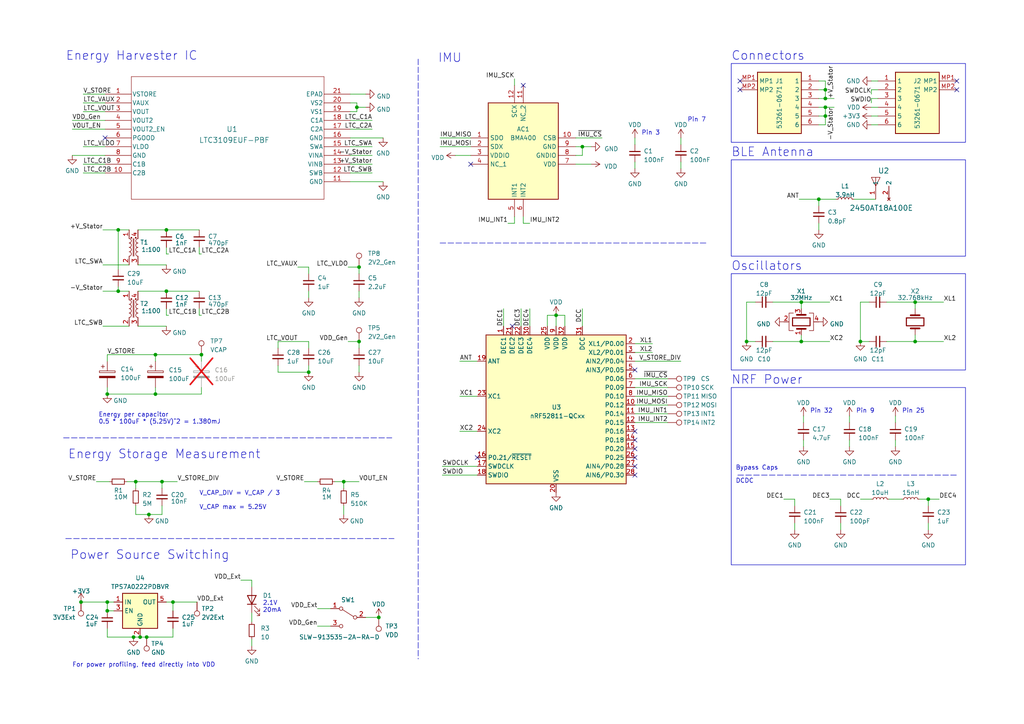
<source format=kicad_sch>
(kicad_sch (version 20230121) (generator eeschema)
  (paper "A4")
  (title_block (title "Kinetic Energy Harvesting Sensor PCB") (rev "v1") (comment 1 "PCB containing the Power Conversion and Sensing/Communication Modules"))
  (junction (at 168.91 42.545))
  (junction (at 232.41 99.06))
  (junction (at 23.495 174.625))
  (junction (at 31.115 174.625))
  (junction (at 34.29 66.675))
  (junction (at 46.99 139.7))
  (junction (at 31.115 114.3))
  (junction (at 265.43 99.06))
  (junction (at 42.545 184.785))
  (junction (at 40.64 184.785))
  (junction (at 104.14 77.47))
  (junction (at 58.42 102.87))
  (junction (at 99.695 139.7))
  (junction (at 45.085 114.3))
  (junction (at 239.395 28.575))
  (junction (at 109.855 179.07))
  (junction (at 39.37 139.7))
  (junction (at 43.18 149.225))
  (junction (at 269.24 144.78))
  (junction (at 216.535 99.06))
  (junction (at 249.555 99.06))
  (junction (at 161.29 91.44))
  (junction (at 104.14 99.06))
  (junction (at 239.395 26.035))
  (junction (at 38.735 184.785))
  (junction (at 50.165 174.625))
  (junction (at 265.43 87.63))
  (junction (at 48.26 84.455))
  (junction (at 31.115 177.165))
  (junction (at 232.41 87.63))
  (junction (at 239.395 33.655))
  (junction (at 103.505 31.115))
  (junction (at 34.29 84.455))
  (junction (at 89.535 107.95))
  (junction (at 239.395 31.115))
  (junction (at 48.26 66.675))
  (junction (at 237.49 57.785))
  (junction (at 45.085 102.87))
  (no_connect (at 136.525 47.625))
  (no_connect (at 214.63 23.495))
  (no_connect (at 138.43 132.715))
  (no_connect (at 277.495 26.035))
  (no_connect (at 30.48 40.005))
  (no_connect (at 148.59 94.615))
  (no_connect (at 184.15 127.635))
  (no_connect (at 184.15 125.095))
  (no_connect (at 277.495 23.495))
  (no_connect (at 214.63 26.035))
  (no_connect (at 184.15 137.795))
  (no_connect (at 184.15 107.315))
  (no_connect (at 184.15 135.255))
  (no_connect (at 151.765 24.765))
  (no_connect (at 184.15 132.715))
  (no_connect (at 184.15 130.175))
  (wire (pts (xy 237.49 33.655) (xy 239.395 33.655)))
  (wire (pts (xy 237.49 57.785) (xy 242.57 57.785)))
  (wire (pts (xy 232.41 87.63) (xy 240.665 87.63)))
  (wire (pts (xy 99.695 146.685) (xy 99.695 149.225)))
  (wire (pts (xy 239.395 31.115) (xy 239.395 33.655)))
  (wire (pts (xy 252.73 28.575) (xy 254.635 28.575)))
  (wire (pts (xy 184.15 104.775) (xy 197.485 104.775)))
  (wire (pts (xy 265.43 99.06) (xy 257.175 99.06)))
  (wire (pts (xy 46.99 139.7) (xy 39.37 139.7)))
  (wire (pts (xy 106.045 179.07) (xy 109.855 179.07)))
  (wire (pts (xy 184.15 117.475) (xy 193.675 117.475)))
  (wire (pts (xy 132.08 45.085) (xy 136.525 45.085)))
  (wire (pts (xy 40.005 66.675) (xy 48.26 66.675)))
  (wire (pts (xy 40.64 184.785) (xy 42.545 184.785)))
  (wire (pts (xy 40.005 84.455) (xy 48.26 84.455)))
  (wire (pts (xy 48.26 91.44) (xy 48.895 91.44)))
  (wire (pts (xy 184.15 99.695) (xy 189.23 99.695)))
  (wire (pts (xy 58.42 114.3) (xy 45.085 114.3)))
  (wire (pts (xy 167.005 47.625) (xy 171.45 47.625)))
  (wire (pts (xy 269.24 144.78) (xy 272.415 144.78)))
  (wire (pts (xy 147.32 64.77) (xy 149.225 64.77)))
  (wire (pts (xy 45.085 114.3) (xy 45.085 112.395)))
  (wire (pts (xy 95.885 181.61) (xy 92.075 181.61)))
  (wire (pts (xy 34.29 66.675) (xy 34.29 78.105)))
  (wire (pts (xy 257.175 87.63) (xy 265.43 87.63)))
  (wire (pts (xy 73.025 187.325) (xy 73.025 185.42)))
  (wire (pts (xy 46.99 139.7) (xy 51.435 139.7)))
  (wire (pts (xy 48.26 73.66) (xy 48.895 73.66)))
  (wire (pts (xy 107.95 42.545) (xy 101.6 42.545)))
  (wire (pts (xy 29.845 94.615) (xy 37.465 94.615)))
  (wire (pts (xy 168.91 45.085) (xy 168.91 42.545)))
  (wire (pts (xy 40.005 94.615) (xy 48.26 94.615)))
  (wire (pts (xy 184.15 46.99) (xy 184.15 48.895)))
  (wire (pts (xy 100.965 99.06) (xy 104.14 99.06)))
  (wire (pts (xy 133.35 125.095) (xy 138.43 125.095)))
  (wire (pts (xy 48.26 71.755) (xy 48.26 73.66)))
  (wire (pts (xy 104.14 106.045) (xy 104.14 107.95)))
  (wire (pts (xy 48.26 66.675) (xy 57.785 66.675)))
  (wire (pts (xy 237.49 23.495) (xy 239.395 23.495)))
  (wire (pts (xy 184.15 120.015) (xy 193.675 120.015)))
  (wire (pts (xy 88.265 139.7) (xy 92.075 139.7)))
  (wire (pts (xy 36.83 139.7) (xy 39.37 139.7)))
  (wire (pts (xy 265.43 87.63) (xy 273.685 87.63)))
  (wire (pts (xy 57.785 89.535) (xy 57.785 91.44)))
  (polyline (pts (xy 19.05 156.21) (xy 114.3 156.21)) (stroke (width 0) (type dash)))
  (wire (pts (xy 237.49 59.69) (xy 237.49 57.785)))
  (wire (pts (xy 89.535 99.06) (xy 89.535 100.965)))
  (wire (pts (xy 237.49 36.195) (xy 239.395 36.195)))
  (wire (pts (xy 269.24 151.765) (xy 269.24 153.67)))
  (wire (pts (xy 239.395 26.035) (xy 239.395 28.575)))
  (wire (pts (xy 224.155 87.63) (xy 232.41 87.63)))
  (wire (pts (xy 107.95 50.165) (xy 101.6 50.165)))
  (wire (pts (xy 252.73 27.305) (xy 252.73 26.035)))
  (wire (pts (xy 252.73 33.655) (xy 254.635 33.655)))
  (wire (pts (xy 151.765 64.77) (xy 151.765 62.865)))
  (wire (pts (xy 184.15 122.555) (xy 193.675 122.555)))
  (wire (pts (xy 31.115 182.245) (xy 31.115 184.785)))
  (wire (pts (xy 252.73 31.115) (xy 254.635 31.115)))
  (wire (pts (xy 259.715 127.635) (xy 259.715 129.54)))
  (wire (pts (xy 240.665 144.78) (xy 243.84 144.78)))
  (wire (pts (xy 216.535 99.06) (xy 219.075 99.06)))
  (wire (pts (xy 227.33 144.78) (xy 230.505 144.78)))
  (wire (pts (xy 269.24 144.78) (xy 269.24 146.685)))
  (wire (pts (xy 48.26 84.455) (xy 57.785 84.455)))
  (wire (pts (xy 232.41 89.535) (xy 232.41 87.63)))
  (wire (pts (xy 232.41 99.06) (xy 224.155 99.06)))
  (wire (pts (xy 38.735 184.785) (xy 40.64 184.785)))
  (wire (pts (xy 103.505 29.845) (xy 103.505 31.115)))
  (wire (pts (xy 42.545 184.785) (xy 50.165 184.785)))
  (wire (pts (xy 161.29 91.44) (xy 161.29 94.615)))
  (wire (pts (xy 184.15 112.395) (xy 193.675 112.395)))
  (wire (pts (xy 103.505 31.115) (xy 103.505 32.385)))
  (wire (pts (xy 104.14 77.47) (xy 104.14 79.375)))
  (wire (pts (xy 80.645 100.965) (xy 80.645 99.06)))
  (wire (pts (xy 231.775 57.785) (xy 237.49 57.785)))
  (wire (pts (xy 133.35 114.935) (xy 138.43 114.935)))
  (wire (pts (xy 45.085 102.87) (xy 45.085 104.775)))
  (wire (pts (xy 99.695 139.7) (xy 99.695 141.605)))
  (wire (pts (xy 34.29 66.675) (xy 37.465 66.675)))
  (wire (pts (xy 34.29 83.185) (xy 34.29 84.455)))
  (wire (pts (xy 249.555 99.06) (xy 252.095 99.06)))
  (wire (pts (xy 29.845 66.675) (xy 34.29 66.675)))
  (wire (pts (xy 27.94 139.7) (xy 31.75 139.7)))
  (wire (pts (xy 58.42 112.395) (xy 58.42 114.3)))
  (wire (pts (xy 247.65 57.785) (xy 254 57.785)))
  (wire (pts (xy 230.505 151.765) (xy 230.505 153.67)))
  (wire (pts (xy 239.395 33.655) (xy 239.395 36.195)))
  (wire (pts (xy 168.91 94.615) (xy 168.91 89.535)))
  (wire (pts (xy 31.115 112.395) (xy 31.115 114.3)))
  (wire (pts (xy 237.49 64.77) (xy 237.49 66.675)))
  (wire (pts (xy 163.83 94.615) (xy 163.83 91.44)))
  (wire (pts (xy 146.05 94.615) (xy 146.05 89.535)))
  (wire (pts (xy 265.43 97.155) (xy 265.43 99.06)))
  (wire (pts (xy 168.91 42.545) (xy 171.45 42.545)))
  (wire (pts (xy 265.43 89.535) (xy 265.43 87.63)))
  (wire (pts (xy 95.885 176.53) (xy 92.075 176.53)))
  (wire (pts (xy 237.49 26.035) (xy 239.395 26.035)))
  (wire (pts (xy 20.955 45.085) (xy 30.48 45.085)))
  (wire (pts (xy 57.785 73.66) (xy 58.42 73.66)))
  (wire (pts (xy 50.165 174.625) (xy 57.15 174.625)))
  (wire (pts (xy 230.505 146.685) (xy 230.505 144.78)))
  (wire (pts (xy 239.395 23.495) (xy 239.395 26.035)))
  (wire (pts (xy 31.115 114.3) (xy 45.085 114.3)))
  (wire (pts (xy 86.36 77.47) (xy 89.535 77.47)))
  (wire (pts (xy 184.15 114.935) (xy 193.675 114.935)))
  (polyline (pts (xy 127.635 70.485) (xy 205.105 70.485)) (stroke (width 0) (type dash)))
  (wire (pts (xy 128.27 135.255) (xy 138.43 135.255)))
  (wire (pts (xy 23.495 174.625) (xy 31.115 174.625)))
  (wire (pts (xy 127.635 40.005) (xy 136.525 40.005)))
  (wire (pts (xy 97.155 139.7) (xy 99.695 139.7)))
  (wire (pts (xy 48.26 89.535) (xy 48.26 91.44)))
  (wire (pts (xy 153.67 64.77) (xy 151.765 64.77)))
  (wire (pts (xy 24.13 47.625) (xy 30.48 47.625)))
  (wire (pts (xy 243.84 146.685) (xy 243.84 144.78)))
  (wire (pts (xy 46.99 141.605) (xy 46.99 139.7)))
  (wire (pts (xy 216.535 87.63) (xy 216.535 99.06)))
  (wire (pts (xy 50.165 182.245) (xy 50.165 184.785)))
  (wire (pts (xy 149.225 22.86) (xy 149.225 24.765)))
  (wire (pts (xy 184.15 102.235) (xy 189.23 102.235)))
  (polyline (pts (xy 18.415 127) (xy 113.665 127)) (stroke (width 0) (type dash)))
  (wire (pts (xy 107.95 45.085) (xy 101.6 45.085)))
  (wire (pts (xy 184.15 40.005) (xy 184.15 41.91)))
  (wire (pts (xy 29.845 84.455) (xy 34.29 84.455)))
  (wire (pts (xy 31.115 174.625) (xy 31.115 177.165)))
  (wire (pts (xy 106.045 27.305) (xy 101.6 27.305)))
  (wire (pts (xy 31.115 177.165) (xy 33.02 177.165)))
  (wire (pts (xy 24.13 50.165) (xy 30.48 50.165)))
  (wire (pts (xy 50.165 177.165) (xy 50.165 174.625)))
  (wire (pts (xy 43.18 149.225) (xy 46.99 149.225)))
  (wire (pts (xy 246.38 120.65) (xy 246.38 122.555)))
  (wire (pts (xy 20.955 34.925) (xy 30.48 34.925)))
  (wire (pts (xy 80.645 99.06) (xy 89.535 99.06)))
  (wire (pts (xy 104.14 84.455) (xy 104.14 86.36)))
  (wire (pts (xy 103.505 31.115) (xy 106.045 31.115)))
  (wire (pts (xy 57.785 71.755) (xy 57.785 73.66)))
  (wire (pts (xy 239.395 31.115) (xy 241.935 31.115)))
  (wire (pts (xy 24.13 32.385) (xy 30.48 32.385)))
  (wire (pts (xy 246.38 127.635) (xy 246.38 129.54)))
  (wire (pts (xy 29.845 76.835) (xy 37.465 76.835)))
  (wire (pts (xy 128.27 137.795) (xy 138.43 137.795)))
  (wire (pts (xy 127.635 42.545) (xy 136.525 42.545)))
  (wire (pts (xy 34.29 84.455) (xy 37.465 84.455)))
  (wire (pts (xy 252.73 36.195) (xy 254.635 36.195)))
  (wire (pts (xy 249.555 87.63) (xy 249.555 99.06)))
  (wire (pts (xy 46.99 149.225) (xy 46.99 146.685)))
  (wire (pts (xy 252.73 23.495) (xy 254.635 23.495)))
  (wire (pts (xy 101.6 29.845) (xy 103.505 29.845)))
  (wire (pts (xy 249.555 87.63) (xy 252.095 87.63)))
  (wire (pts (xy 80.645 106.045) (xy 80.645 107.95)))
  (wire (pts (xy 240.665 99.06) (xy 232.41 99.06)))
  (polyline (pts (xy 213.995 137.795) (xy 277.495 137.795)) (stroke (width 0) (type dash)))
  (wire (pts (xy 259.715 120.65) (xy 259.715 122.555)))
  (wire (pts (xy 24.13 42.545) (xy 30.48 42.545)))
  (wire (pts (xy 252.73 29.845) (xy 252.73 28.575)))
  (wire (pts (xy 99.695 139.7) (xy 104.14 139.7)))
  (wire (pts (xy 33.02 174.625) (xy 31.115 174.625)))
  (wire (pts (xy 100.965 77.47) (xy 104.14 77.47)))
  (wire (pts (xy 273.685 99.06) (xy 265.43 99.06)))
  (wire (pts (xy 107.95 47.625) (xy 101.6 47.625)))
  (wire (pts (xy 158.75 94.615) (xy 158.75 91.44)))
  (wire (pts (xy 197.485 40.005) (xy 197.485 41.91)))
  (wire (pts (xy 40.005 76.835) (xy 48.26 76.835)))
  (wire (pts (xy 58.42 104.775) (xy 58.42 102.87)))
  (wire (pts (xy 249.555 144.78) (xy 252.73 144.78)))
  (wire (pts (xy 158.75 91.44) (xy 161.29 91.44)))
  (wire (pts (xy 197.485 46.99) (xy 197.485 48.895)))
  (wire (pts (xy 58.42 102.87) (xy 45.085 102.87)))
  (wire (pts (xy 73.025 170.18) (xy 73.025 168.275)))
  (wire (pts (xy 89.535 84.455) (xy 89.535 86.36)))
  (wire (pts (xy 31.115 102.87) (xy 45.085 102.87)))
  (wire (pts (xy 233.045 120.65) (xy 233.045 122.555)))
  (wire (pts (xy 31.115 104.775) (xy 31.115 102.87)))
  (wire (pts (xy 237.49 31.115) (xy 239.395 31.115)))
  (wire (pts (xy 216.535 87.63) (xy 219.075 87.63)))
  (wire (pts (xy 24.13 27.305) (xy 30.48 27.305)))
  (wire (pts (xy 243.84 151.765) (xy 243.84 153.67)))
  (wire (pts (xy 20.955 37.465) (xy 30.48 37.465)))
  (wire (pts (xy 107.95 34.925) (xy 101.6 34.925)))
  (wire (pts (xy 39.37 139.7) (xy 39.37 141.605)))
  (wire (pts (xy 107.95 37.465) (xy 101.6 37.465)))
  (wire (pts (xy 39.37 149.225) (xy 43.18 149.225)))
  (wire (pts (xy 104.14 99.06) (xy 104.14 100.965)))
  (wire (pts (xy 111.125 40.005) (xy 101.6 40.005)))
  (wire (pts (xy 101.6 32.385) (xy 103.505 32.385)))
  (wire (pts (xy 69.85 168.275) (xy 73.025 168.275)))
  (wire (pts (xy 167.005 42.545) (xy 168.91 42.545)))
  (wire (pts (xy 163.83 91.44) (xy 161.29 91.44)))
  (wire (pts (xy 252.73 26.035) (xy 254.635 26.035)))
  (wire (pts (xy 24.13 29.845) (xy 30.48 29.845)))
  (wire (pts (xy 237.49 28.575) (xy 239.395 28.575)))
  (polyline (pts (xy 121.285 17.145) (xy 121.285 191.135)) (stroke (width 0) (type dash)))
  (wire (pts (xy 167.005 45.085) (xy 168.91 45.085)))
  (wire (pts (xy 233.045 127.635) (xy 233.045 129.54)))
  (wire (pts (xy 48.26 174.625) (xy 50.165 174.625)))
  (wire (pts (xy 153.67 94.615) (xy 153.67 89.535)))
  (wire (pts (xy 73.025 177.8) (xy 73.025 180.34)))
  (wire (pts (xy 151.13 94.615) (xy 151.13 89.535)))
  (wire (pts (xy 57.785 91.44) (xy 58.42 91.44)))
  (wire (pts (xy 239.395 28.575) (xy 241.935 28.575)))
  (wire (pts (xy 89.535 106.045) (xy 89.535 107.95)))
  (wire (pts (xy 133.35 104.775) (xy 138.43 104.775)))
  (wire (pts (xy 232.41 97.155) (xy 232.41 99.06)))
  (wire (pts (xy 167.005 40.005) (xy 174.625 40.005)))
  (wire (pts (xy 80.645 107.95) (xy 89.535 107.95)))
  (wire (pts (xy 111.125 52.705) (xy 101.6 52.705)))
  (wire (pts (xy 89.535 77.47) (xy 89.535 79.375)))
  (wire (pts (xy 257.81 144.78) (xy 261.62 144.78)))
  (wire (pts (xy 39.37 146.685) (xy 39.37 149.225)))
  (wire (pts (xy 31.115 184.785) (xy 38.735 184.785)))
  (wire (pts (xy 149.225 64.77) (xy 149.225 62.865)))
  (wire (pts (xy 184.15 109.855) (xy 193.675 109.855)))
  (wire (pts (xy 266.7 144.78) (xy 269.24 144.78)))
  (rectangle (start 212.09 46.355) (end 280.035 74.295))
  (rectangle (start 212.09 18.415) (end 280.035 41.275))
  (rectangle (start 212.09 79.375) (end 280.035 107.315))
  (rectangle (start 212.09 112.395) (end 280.035 163.83))
  (text "V_CAP_DIV = V_CAP / 3\n\nV_CAP max = 5.25V" (at 57.785 147.955 0) (effects (font (size 1.27 1.27)) (justify left bottom)))
  (text "Energy Storage Measurement" (at 19.685 133.35 0) (effects (font (size 2.54 2.54)) (justify left bottom)))
  (text "Pin 3" (at 186.055 39.37 0) (effects (font (size 1.27 1.27)) (justify left bottom)))
  (text "Power Source Switching" (at 20.32 162.56 0) (effects (font (size 2.54 2.54)) (justify left bottom)))
  (text "Pin 9\n" (at 248.285 120.015 0) (effects (font (size 1.27 1.27)) (justify left bottom)))
  (text "NRF Power" (at 212.09 111.76 0) (effects (font (size 2.54 2.54)) (justify left bottom)))
  (text "Connectors" (at 212.09 17.78 0) (effects (font (size 2.54 2.54)) (justify left bottom)))
  (text "DCDC" (at 213.36 140.335 0) (effects (font (size 1.27 1.27)) (justify left bottom)))
  (text "IMU" (at 127 18.415 0) (effects (font (size 2.54 2.54)) (justify left bottom)))
  (text "2.1V\n20mA" (at 76.2 177.8 0) (effects (font (size 1.27 1.27)) (justify left bottom)))
  (text "Bypass Caps" (at 213.36 136.525 0) (effects (font (size 1.27 1.27)) (justify left bottom)))
  (text "BLE Antenna" (at 212.09 45.72 0) (effects (font (size 2.54 2.54)) (justify left bottom)))
  (text "Oscillators" (at 212.09 78.74 0) (effects (font (size 2.54 2.54)) (justify left bottom)))
  (text "Energy per capacitor\n0.5 * 100uF * (5.25V)^2 = 1.380mJ" (at 28.575 123.19 0) (effects (font (size 1.27 1.27)) (justify left bottom)))
  (text "Pin 32\n" (at 234.95 120.015 0) (effects (font (size 1.27 1.27)) (justify left bottom)))
  (text "For power profiling, feed directly into VDD" (at 20.955 193.675 0) (effects (font (size 1.27 1.27)) (justify left bottom)))
  (text "Pin 25\n" (at 261.62 120.015 0) (effects (font (size 1.27 1.27)) (justify left bottom)))
  (text "Energy Harvester IC" (at 19.05 17.78 0) (effects (font (size 2.54 2.54)) (justify left bottom)))
  (text "Pin 7\n" (at 199.39 35.56 0) (effects (font (size 1.27 1.27)) (justify left bottom)))
  (label "LTC_C2A" (at 58.42 73.66 0))
  (label "LTC_C1A" (at 107.95 34.925 180))
  (label "LTC_SWB" (at 29.845 94.615 180))
  (label "DCC" (at 249.555 144.78 180))
  (label "VOUT_EN" (at 20.955 37.465 0))
  (label "IMU_MISO" (at 127.635 40.005 0))
  (label "XC2" (at 133.35 125.095 0))
  (label "LTC_C1B" (at 24.13 47.625 0))
  (label "VDD_Gen" (at 20.955 34.925 0))
  (label "IMU_INT2" (at 153.67 64.77 0))
  (label "IMU_SCK" (at 193.675 112.395 180))
  (label "-V_Stator" (at 241.935 31.115 270))
  (label "DEC4" (at 153.67 89.535 270))
  (label "~{IMU_CS}" (at 174.625 40.005 180))
  (label "ANT" (at 133.35 104.775 0))
  (label "V_STORE_DIV" (at 197.485 104.775 180))
  (label "VDD_Gen" (at 92.075 181.61 180))
  (label "~{IMU_CS}" (at 193.675 109.855 180))
  (label "IMU_INT1" (at 147.32 64.77 180))
  (label "VDD_Ext" (at 92.075 176.53 180))
  (label "+V_Stator" (at 29.845 66.675 180))
  (label "IMU_MOSI" (at 193.675 117.475 180))
  (label "SWDIO" (at 128.27 137.795 0))
  (label "ANT" (at 231.775 57.785 180))
  (label "IMU_SCK" (at 149.225 22.86 180))
  (label "-V_Stator" (at 107.95 45.085 180))
  (label "IMU_INT1" (at 193.675 120.015 180))
  (label "LTC_C2B" (at 24.13 50.165 0))
  (label "V_STORE" (at 27.94 139.7 180))
  (label "XC2" (at 240.665 99.06 0))
  (label "V_STORE" (at 24.13 27.305 0))
  (label "LTC_VAUX" (at 86.36 77.47 180))
  (label "SWDCLK" (at 252.73 27.305 180))
  (label "IMU_INT2" (at 193.675 122.555 180))
  (label "XL1" (at 273.685 87.63 0))
  (label "LTC_SWB" (at 107.95 50.165 180))
  (label "V_STORE" (at 31.115 102.87 0))
  (label "LTC_C1A" (at 48.895 73.66 0))
  (label "DEC1" (at 146.05 89.535 270))
  (label "LTC_VAUX" (at 24.13 29.845 0))
  (label "LTC_C2A" (at 107.95 37.465 180))
  (label "LTC_VOUT" (at 24.13 32.385 0))
  (label "SWDCLK" (at 128.27 135.255 0))
  (label "IMU_MOSI" (at 127.635 42.545 0))
  (label "XL2" (at 273.685 99.06 0))
  (label "VDD_Gen" (at 100.965 99.06 180))
  (label "V_STORE_DIV" (at 51.435 139.7 0))
  (label "DEC3" (at 151.13 89.535 270))
  (label "LTC_SWA" (at 107.95 42.545 180))
  (label "XL2" (at 189.23 102.235 180))
  (label "LTC_C2B" (at 58.42 91.44 0))
  (label "-V_Stator" (at 29.845 84.455 180))
  (label "VDD_Ext" (at 69.85 168.275 180))
  (label "IMU_MISO" (at 193.675 114.935 180))
  (label "XC1" (at 133.35 114.935 0))
  (label "DEC4" (at 272.415 144.78 0))
  (label "XL1" (at 189.23 99.695 180))
  (label "LTC_C1B" (at 48.895 91.44 0))
  (label "+V_Stator" (at 107.95 47.625 180))
  (label "LTC_VLDO" (at 24.13 42.545 0))
  (label "+V_Stator" (at 241.935 28.575 90))
  (label "DCC" (at 168.91 89.535 270))
  (label "LTC_SWA" (at 29.845 76.835 180))
  (label "VOUT_EN" (at 104.14 139.7 0))
  (label "SWDIO" (at 252.73 29.845 180))
  (label "V_STORE" (at 88.265 139.7 180))
  (label "VDD_Ext" (at 57.15 174.625 0))
  (label "DEC3" (at 240.665 144.78 180))
  (label "LTC_VOUT" (at 86.36 99.06 180))
  (label "DEC1" (at 227.33 144.78 180))
  (label "XC1" (at 240.665 87.63 0))
  (label "LTC_VLDO" (at 100.965 77.47 180))
  (symbol (lib_id "Device:R_Small") (at 99.695 144.145 0) (unit 1)
    (property "Reference" "R5" (at 101.6 143.51 0) (effects (justify left)))
    (property "Value" "510K" (at 101.6 146.05 0) (effects (justify left)))
    (property "Footprint" "Resistor_SMD:R_0402_1005Metric" (effects hide))
    (property "Manufacturer_Part_Number" "CRCW04024M99FKED" (effects hide))
  )
  (symbol (lib_id "Connector:TestPoint") (at 58.42 102.87 0) (unit 1) (in_bom no)
    (property "Reference" "TP7" (at 60.96 98.933 0) (effects (justify left)))
    (property "Value" "VCAP" (at 60.96 101.473 0) (effects (justify left)))
    (property "Footprint" "TestPoint:TestPoint_Pad_D1.0mm" (effects hide))
  )
  (symbol (lib_id "Device:R_Small") (at 73.025 182.88 0) (unit 1)
    (property "Reference" "R3" (at 75.565 182.245 0) (effects (justify left)))
    (property "Value" "10" (at 75.565 184.785 0) (effects (justify left)))
    (property "Footprint" "Resistor_SMD:R_0402_1005Metric" (effects hide))
    (property "Manufacturer_Part_Number" "RCC040210R0FKED" (effects hide))
  )
  (symbol (lib_id "Device:LED") (at 73.025 173.99 90) (unit 1)
    (property "Reference" "D1" (at 76.2 172.72 90) (effects (justify right)))
    (property "Value" "LO Q976.01-P2R2-25-1" (effects hide))
    (property "Footprint" "LED_SMD:LED_0603_1608Metric" (effects hide))
    (property "Manufacturer_Part_Number" "LO Q976.01-P2R2-25-1" (effects hide))
  )
  (symbol (lib_id "power:VDD") (at 246.38 120.65 0) (unit 1)
    (property "Reference" "#PWR028" (effects hide))
    (property "Value" "VDD" (at 246.38 116.84 0))
  )
  (symbol (lib_id "Connector:TestPoint") (at 104.14 99.06 0) (unit 1) (in_bom no)
    (property "Reference" "TP5" (at 106.68 95.123 0) (effects (justify left)))
    (property "Value" "2V2_Gen" (at 106.68 97.663 0) (effects (justify left)))
    (property "Footprint" "TestPoint:TestPoint_Pad_D1.0mm" (effects hide))
  )
  (symbol (lib_id "Device:C_Small") (at 269.24 149.225 0) (unit 1)
    (property "Reference" "C23" (at 271.78 148.5963 0) (effects (justify left)))
    (property "Value" "1uF" (at 271.78 151.1363 0) (effects (justify left)))
    (property "Footprint" "Capacitor_SMD:C_0402_1005Metric" (effects hide))
    (property "Dielectric" "X7R" (effects hide))
    (property "Manufacturer_Part_Number" "CM05X7R105K06AH-HE" (effects hide))
  )
  (symbol (lib_id "Connector:TestPoint") (at 104.14 77.47 0) (unit 1) (in_bom no)
    (property "Reference" "TP8" (at 106.68 73.533 0) (effects (justify left)))
    (property "Value" "2V2_Gen" (at 106.68 76.073 0) (effects (justify left)))
    (property "Footprint" "TestPoint:TestPoint_Pad_D1.0mm" (effects hide))
  )
  (symbol (lib_id "power:GND") (at 106.045 27.305 90) (unit 1)
    (property "Reference" "#PWR02" (effects hide))
    (property "Value" "GND" (at 109.22 27.94 90) (effects (justify right)))
  )
  (symbol (lib_id "Device:C_Small") (at 89.535 81.915 0) (unit 1)
    (property "Reference" "C4" (at 92.075 80.645 0) (effects (justify left)))
    (property "Value" "1uF" (at 92.075 83.185 0) (effects (justify left)))
    (property "Footprint" "Capacitor_SMD:C_0402_1005Metric" (effects hide))
    (property "Dielectric" "X7R" (effects hide))
    (property "Manufacturer_Part_Number" "CM05X7R105K06AH-HE" (effects hide))
  )
  (symbol (lib_id "Connector:TestPoint") (at 193.675 120.015 270) (unit 1) (in_bom no)
    (property "Reference" "TP13" (at 198.12 120.015 90) (effects (justify left)))
    (property "Value" "INT1" (at 203.2 120.015 90) (effects (justify left)))
    (property "Footprint" "TestPoint:TestPoint_Pad_D1.0mm" (effects hide))
  )
  (symbol (lib_id "power:GND") (at 249.555 99.06 0) (unit 1)
    (property "Reference" "#PWR024" (effects hide))
    (property "Value" "GND" (at 249.555 104.14 0))
  )
  (symbol (lib_id "power:GND") (at 171.45 42.545 90) (unit 1)
    (property "Reference" "#PWR09" (effects hide))
    (property "Value" "GND" (at 175.26 43.18 90) (effects (justify right)))
  )
  (symbol (lib_id "Device:C_Small") (at 48.26 69.215 0) (unit 1)
    (property "Reference" "C6" (at 50.8 68.5863 0) (effects (justify left)))
    (property "Value" "1nF" (at 50.8 70.485 0) (effects (justify left)))
    (property "Footprint" "Capacitor_SMD:C_0402_1005Metric" (effects hide))
    (property "Dielectric" "X7R" (effects hide))
    (property "Manufacturer_Part_Number" "C0402C102KCRACAUTO" (effects hide))
  )
  (symbol (lib_id "power:GND") (at 269.24 153.67 0) (unit 1)
    (property "Reference" "#PWR037" (effects hide))
    (property "Value" "GND" (at 269.24 158.115 0))
  )
  (symbol (lib_id "E-Tattoo_Parts:2450AT18A100E") (at 254 57.785 0) (unit 1)
    (property "Reference" "U2" (at 254.635 49.53 0) (effects (font (size 1.524 1.524)) (justify left)))
    (property "Value" "2450AT18A100E" (at 246.38 60.325 0) (effects (font (size 1.524 1.524)) (justify left)))
    (property "Footprint" "2450AT18A100E_JOT" (effects hide))
    (property "Datasheet" "2450AT18A100E" (effects hide))
    (property "Manufacturer_Part_Number" "2450AT18A100E" (effects hide))
  )
  (symbol (lib_id "Connector:TestPoint") (at 57.15 174.625 180) (unit 1)
    (property "Reference" "TP2" (at 58.42 176.53 0) (effects (justify right)))
    (property "Value" "2V2Ext" (at 58.42 179.07 0) (effects (justify right)))
    (property "Footprint" "E-Tattoo_Parts:Testpoint_Hex_D3.0" (effects hide))
  )
  (symbol (lib_id "power:GND") (at 197.485 48.895 0) (unit 1)
    (property "Reference" "#PWR014" (effects hide))
    (property "Value" "GND" (at 197.485 53.34 0))
  )
  (symbol (lib_id "Device:C_Small") (at 46.99 144.145 0) (unit 1)
    (property "Reference" "C20" (at 49.53 143.5163 0) (effects (justify left)))
    (property "Value" "10nF" (at 49.53 145.415 0) (effects (justify left)))
    (property "Footprint" "Capacitor_SMD:C_0402_1005Metric" (effects hide))
    (property "Dielectric" "X7R" (effects hide))
    (property "Manufacturer_Part_Number" "C0402C103K1RACAUTO" (effects hide))
  )
  (symbol (lib_id "E-Tattoo_Parts:BMA400") (at 136.525 40.005 0) (unit 1)
    (property "Reference" "AC1" (at 149.86 37.465 0) (effects (justify left)))
    (property "Value" "BMA400" (at 147.955 40.005 0) (effects (justify left)))
    (property "Footprint" "E-Tattoo_Parts:BOSCH_LGA-12" (effects hide))
    (property "Datasheet" "https://datasheet.datasheetarchive.com/originals/distributors/Datasheets_SAMA/fa80b3d87963a3ff599e323b9a26d827.pdf" (effects hide))
    (property "Mouser Part Number" "262-BMA400" (effects hide))
    (property "Mouser Price/Stock" "https://www.mouser.co.uk/ProductDetail/Bosch-Sensortec/BMA400?qs=f9yNj16SXrKBoguHUc32eQ%3D%3D" (effects hide))
    (property "Manufacturer_Name" "BOSCH" (effects hide))
    (property "Manufacturer_Part_Number" "BMA400" (effects hide))
  )
  (symbol (lib_id "E-Tattoo_Parts:53261-0671") (at 277.495 23.495 0) (mirror y) (unit 1)
    (property "Reference" "J2" (at 266.065 23.495 0))
    (property "Value" "53261-0671" (at 266.065 31.115 90))
    (property "Footprint" "E-Tattoo_Parts:532610671" (effects hide))
    (property "Datasheet" "https://www.molex.com/pdm_docs/sd/532610671_sd.pdf" (effects hide))
    (property "Height" "3.6" (effects hide))
    (property "Mouser Part Number" "538-53261-0671" (effects hide))
    (property "Mouser Price/Stock" "https://www.mouser.co.uk/ProductDetail/Molex/53261-0671?qs=%252B72YyncTwW9Wyr77z4J2cA%3D%3D" (effects hide))
    (property "Manufacturer_Name" "Molex" (effects hide))
    (property "Manufacturer_Part_Number" "53261-0671" (effects hide))
  )
  (symbol (lib_id "Device:C_Small") (at 254.635 99.06 90) (unit 1)
    (property "Reference" "C11" (at 254.635 104.14 90))
    (property "Value" "12pF" (at 254.635 101.6 90))
    (property "Footprint" "Capacitor_SMD:C_0402_1005Metric" (effects hide))
    (property "Dielectric" "NP0" (effects hide))
    (property "Manufacturer_Part_Number" "KGM05ACG1H120JN" (effects hide))
  )
  (symbol (lib_id "power:GND") (at 89.535 86.36 0) (unit 1)
    (property "Reference" "#PWR017" (effects hide))
    (property "Value" "GND" (at 89.535 90.805 0))
  )
  (symbol (lib_id "Connector:TestPoint") (at 193.675 117.475 270) (unit 1) (in_bom no)
    (property "Reference" "TP12" (at 198.12 117.475 90) (effects (justify left)))
    (property "Value" "MOSI" (at 203.2 117.475 90) (effects (justify left)))
    (property "Footprint" "TestPoint:TestPoint_Pad_D1.0mm" (effects hide))
  )
  (symbol (lib_id "Device:C_Small") (at 50.165 179.705 0) (unit 1)
    (property "Reference" "C25" (at 52.705 179.0763 0) (effects (justify left)))
    (property "Value" "1uF" (at 52.705 180.975 0) (effects (justify left)))
    (property "Footprint" "Capacitor_SMD:C_0402_1005Metric" (effects hide))
    (property "Dielectric" "X7R" (effects hide))
    (property "Manufacturer_Part_Number" "CM05X7R105K06AH-HE" (effects hide))
  )
  (symbol (lib_id "Device:R_Small") (at 34.29 139.7 270) (unit 1)
    (property "Reference" "R1" (at 33.02 142.24 90) (effects (justify left)))
    (property "Value" "10M" (at 33.02 144.145 90) (effects (justify left)))
    (property "Footprint" "Resistor_SMD:R_0402_1005Metric" (effects hide))
    (property "Manufacturer_Part_Number" "RCC040210M0FKED" (effects hide))
  )
  (symbol (lib_id "power:GND") (at 184.15 48.895 0) (unit 1)
    (property "Reference" "#PWR013" (effects hide))
    (property "Value" "GND" (at 184.15 53.34 0))
  )
  (symbol (lib_id "power:VDD") (at 132.08 45.085 90) (unit 1)
    (property "Reference" "#PWR010" (effects hide))
    (property "Value" "VDD" (at 128.905 45.72 90) (effects (justify left)))
  )
  (symbol (lib_id "Device:C_Small") (at 230.505 149.225 0) (unit 1)
    (property "Reference" "C21" (at 233.045 148.5963 0) (effects (justify left)))
    (property "Value" "100nF" (at 233.045 151.1363 0) (effects (justify left)))
    (property "Footprint" "Capacitor_SMD:C_0402_1005Metric" (effects hide))
    (property "Dielectric" "X7R" (effects hide))
    (property "Manufacturer_Part_Number" "KGM05AR71C104KN" (effects hide))
  )
  (symbol (lib_id "E-Tattoo_Parts:74488540070") (at 35.56 70.485 90) (mirror x) (unit 1)
    (property "Reference" "T1" (at 40.64 70.2955 90) (effects (justify right)))
    (property "Value" "1:100" (at 43.815 72.39 90))
    (property "Footprint" "E-Tattoo_Parts:74488540070" (effects hide))
    (property "Datasheet" "https://www.we-online.com/components/products/datasheet/74488540070.pdf" (effects hide))
    (property "Height" "4.0" (effects hide))
    (property "Manufacturer_Part_Number" "74488540070" (effects hide))
  )
  (symbol (lib_id "Device:C_Small") (at 57.785 86.995 0) (unit 1)
    (property "Reference" "C13" (at 60.325 86.3663 0) (effects (justify left)))
    (property "Value" "470pF" (at 60.325 88.265 0) (effects (justify left)))
    (property "Footprint" "Capacitor_SMD:C_0402_1005Metric" (effects hide))
    (property "Dielectric" "NP0" (effects hide))
    (property "Manufacturer_Part_Number" "KGM05ACG1H471JH" (effects hide))
  )
  (symbol (lib_id "Device:C_Small") (at 233.045 125.095 0) (unit 1)
    (property "Reference" "C17" (at 235.585 124.4663 0) (effects (justify left)))
    (property "Value" "4.7uF" (at 235.585 127.0063 0) (effects (justify left)))
    (property "Footprint" "Capacitor_SMD:C_0603_1608Metric" (effects hide))
    (property "Dielectric" "X7R" (effects hide))
    (property "Manufacturer_Part_Number" "GRM188Z71C475KE21D" (effects hide))
  )
  (symbol (lib_id "E-Tattoo_Parts:53261-0671") (at 214.63 23.495 0) (unit 1)
    (property "Reference" "J1" (at 226.06 23.495 0))
    (property "Value" "53261-0671" (at 226.06 31.115 90))
    (property "Footprint" "E-Tattoo_Parts:532610671" (effects hide))
    (property "Datasheet" "https://www.molex.com/pdm_docs/sd/532610671_sd.pdf" (effects hide))
    (property "Height" "3.6" (effects hide))
    (property "Mouser Part Number" "538-53261-0671" (effects hide))
    (property "Mouser Price/Stock" "https://www.mouser.co.uk/ProductDetail/Molex/53261-0671?qs=%252B72YyncTwW9Wyr77z4J2cA%3D%3D" (effects hide))
    (property "Manufacturer_Name" "Molex" (effects hide))
    (property "Manufacturer_Part_Number" "53261-0671" (effects hide))
  )
  (symbol (lib_id "Connector:TestPoint") (at 193.675 122.555 270) (unit 1) (in_bom no)
    (property "Reference" "TP14" (at 198.12 122.555 90) (effects (justify left)))
    (property "Value" "INT2" (at 203.2 122.555 90) (effects (justify left)))
    (property "Footprint" "TestPoint:TestPoint_Pad_D1.0mm" (effects hide))
  )
  (symbol (lib_id "Device:L_Small") (at 255.27 144.78 90) (unit 1)
    (property "Reference" "L2" (at 255.27 140.335 90))
    (property "Value" "10uH" (at 255.27 142.875 90))
    (property "Footprint" "Inductor_SMD:L_0603_1608Metric" (effects hide))
    (property "Manufacturer_Part_Number" "KLZ1608MHR100WTD25" (effects hide))
  )
  (symbol (lib_id "E-Tattoo_Parts:LTC3109EUF-PBF") (at 30.48 27.305 0) (unit 1)
    (property "Reference" "U1" (at 67.31 37.465 0) (effects (font (size 1.524 1.524))))
    (property "Value" "LTC3109EUF-PBF" (at 67.945 40.64 0) (effects (font (size 1.524 1.524))))
    (property "Footprint" "E-Tattoo_Parts:QFN-20_UF_LIT" (effects hide))
    (property "Datasheet" "https://www.analog.com/media/en/technical-documentation/data-sheets/3109fb.pdf" (effects hide))
    (property "Manufacturer_Part_Number" "LTC3109EUF#PBF" (effects hide))
  )
  (symbol (lib_id "power:GND") (at 48.26 76.835 0) (unit 1)
    (property "Reference" "#PWR019" (effects hide))
    (property "Value" "GND" (at 52.07 78.74 0))
  )
  (symbol (lib_id "Connector:TestPoint") (at 193.675 112.395 270) (unit 1) (in_bom no)
    (property "Reference" "TP10" (at 198.12 112.395 90) (effects (justify left)))
    (property "Value" "SCK" (at 203.2 112.395 90) (effects (justify left)))
    (property "Footprint" "TestPoint:TestPoint_Pad_D1.0mm" (effects hide))
  )
  (symbol (lib_id "MCU_Nordic:nRF52811-QCxx") (at 161.29 120.015 0) (unit 1)
    (property "Reference" "U3" (at 160.02 118.11 0) (effects (justify left)))
    (property "Value" "nRF52811-QCxx" (at 153.67 120.65 0) (effects (justify left)))
    (property "Footprint" "Package_DFN_QFN:QFN-32-1EP_5x5mm_P0.5mm_EP3.6x3.6mm_ThermalVias" (effects hide))
    (property "Datasheet" "https://infocenter.nordicsemi.com/pdf/nRF52811_PS_v1.0.pdf" (effects hide))
    (property "Manufacturer_Part_Number" "nRF52811-QCAA-R" (effects hide))
  )
  (symbol (lib_id "E-Tattoo_Parts:74488540070") (at 35.56 88.265 90) (mirror x) (unit 1)
    (property "Reference" "T2" (at 40.64 88.0755 90) (effects (justify right)))
    (property "Value" "1:100" (at 43.815 90.17 90))
    (property "Footprint" "E-Tattoo_Parts:74488540070" (effects hide))
    (property "Datasheet" "https://www.we-online.com/components/products/datasheet/74488540070.pdf" (effects hide))
    (property "Height" "4.0" (effects hide))
    (property "Manufacturer_Part_Number" "74488540070" (effects hide))
  )
  (symbol (lib_id "power:VDD") (at 109.855 179.07 0) (unit 1)
    (property "Reference" "#PWR039" (effects hide))
    (property "Value" "VDD" (at 109.855 175.26 0))
  )
  (symbol (lib_id "Switch:SW_SPDT") (at 100.965 179.07 0) (mirror y) (unit 1)
    (property "Reference" "SW1" (at 100.965 173.99 0))
    (property "Value" "SLW-913535-2A-RA-D" (at 98.425 184.785 0))
    (property "Footprint" "E-Tattoo_Parts:SLW-913535-2A-RA-D" (effects hide))
    (property "Datasheet" "https://www.mouser.com/datasheet/2/670/slw_913535_2a_ra_d-3240856.pdf" (effects hide))
    (property "Height" "3.5" (effects hide))
    (property "Manufacturer_Part_Number" "SLW-913535-2A-RA-D" (effects hide))
  )
  (symbol (lib_id "power:GND") (at 38.735 184.785 0) (unit 1)
    (property "Reference" "#PWR040" (effects hide))
    (property "Value" "GND" (at 38.735 189.23 0))
  )
  (symbol (lib_id "power:VDD") (at 171.45 47.625 270) (unit 1)
    (property "Reference" "#PWR012" (effects hide))
    (property "Value" "VDD" (at 175.26 48.26 90) (effects (justify left)))
  )
  (symbol (lib_id "Device:C_Small") (at 243.84 149.225 0) (unit 1)
    (property "Reference" "C22" (at 246.38 148.5963 0) (effects (justify left)))
    (property "Value" "100pF" (at 246.38 151.1363 0) (effects (justify left)))
    (property "Footprint" "Capacitor_SMD:C_0402_1005Metric" (effects hide))
    (property "Dielectric" "NP0" (effects hide))
    (property "Manufacturer_Part_Number" "KGM05ACG1H101JN" (effects hide))
  )
  (symbol (lib_id "power:GND") (at 161.29 142.875 0) (unit 1)
    (property "Reference" "#PWR033" (effects hide))
    (property "Value" "GND" (at 161.29 147.32 0))
  )
  (symbol (lib_id "power:GND") (at 99.695 149.225 0) (unit 1)
    (property "Reference" "#PWR042" (effects hide))
    (property "Value" "GND" (at 103.505 151.13 0))
  )
  (symbol (lib_id "Device:L_Small") (at 264.16 144.78 90) (unit 1)
    (property "Reference" "L3" (at 264.16 140.335 90))
    (property "Value" "15nH" (at 264.16 142.875 90))
    (property "Footprint" "Inductor_SMD:L_0402_1005Metric" (effects hide))
    (property "Manufacturer_Part_Number" "LQG15WZ15NG02D" (effects hide))
  )
  (symbol (lib_id "power:GND") (at 43.18 149.225 0) (unit 1)
    (property "Reference" "#PWR034" (effects hide))
    (property "Value" "GND" (at 46.99 151.13 0))
  )
  (symbol (lib_id "power:VDD") (at 252.73 31.115 90) (unit 1)
    (property "Reference" "#PWR03" (effects hide))
    (property "Value" "VDD" (at 249.555 31.115 90) (effects (justify left)))
  )
  (symbol (lib_id "Device:R_Small") (at 39.37 144.145 0) (unit 1)
    (property "Reference" "R2" (at 41.275 143.51 0) (effects (justify left)))
    (property "Value" "5M" (at 41.275 146.05 0) (effects (justify left)))
    (property "Footprint" "Resistor_SMD:R_0402_1005Metric" (effects hide))
    (property "Manufacturer_Part_Number" "CRCW04024M99FKED" (effects hide))
  )
  (symbol (lib_id "Device:C_Small") (at 221.615 87.63 90) (unit 1)
    (property "Reference" "C8" (at 221.6213 82.55 90))
    (property "Value" "12pF" (at 221.6213 85.09 90))
    (property "Footprint" "Capacitor_SMD:C_0402_1005Metric" (effects hide))
    (property "Dielectric" "NP0" (effects hide))
    (property "Manufacturer_Part_Number" "KGM05ACG1H120JN" (effects hide))
  )
  (symbol (lib_id "power:GND") (at 233.045 129.54 0) (unit 1)
    (property "Reference" "#PWR030" (effects hide))
    (property "Value" "GND" (at 233.045 133.985 0))
  )
  (symbol (lib_id "Device:C_Small") (at 259.715 125.095 0) (unit 1)
    (property "Reference" "C19" (at 262.255 124.4663 0) (effects (justify left)))
    (property "Value" "100nF" (at 262.255 127.0063 0) (effects (justify left)))
    (property "Footprint" "Capacitor_SMD:C_0402_1005Metric" (effects hide))
    (property "Dielectric" "X7R" (effects hide))
    (property "Manufacturer_Part_Number" "KGM05AR71C104KN" (effects hide))
  )
  (symbol (lib_id "Device:C_Small") (at 104.14 103.505 0) (unit 1)
    (property "Reference" "C27" (at 106.68 102.235 0) (effects (justify left)))
    (property "Value" "10uF" (at 106.68 104.775 0) (effects (justify left)))
    (property "Footprint" "Capacitor_SMD:C_0402_1005Metric" (effects hide))
    (property "Dielectric" "X7R" (effects hide))
    (property "Manufacturer_Part_Number" "GRM155Z71A225KE01D" (effects hide))
  )
  (symbol (lib_id "Device:C_Small") (at 104.14 81.915 0) (unit 1)
    (property "Reference" "C5" (at 106.68 80.645 0) (effects (justify left)))
    (property "Value" "2.2uF" (at 106.68 83.185 0) (effects (justify left)))
    (property "Footprint" "Capacitor_SMD:C_0402_1005Metric" (effects hide))
    (property "Dielectric" "X7R" (effects hide))
    (property "Manufacturer_Part_Number" "GRM155Z71A225KE01D" (effects hide))
  )
  (symbol (lib_id "power:GND") (at 237.49 66.675 0) (unit 1)
    (property "Reference" "#PWR016" (effects hide))
    (property "Value" "GND" (at 237.49 71.12 0))
  )
  (symbol (lib_id "Device:C_Small") (at 34.29 80.645 0) (unit 1)
    (property "Reference" "C29" (at 36.83 79.375 0) (effects (justify left)))
    (property "Value" "10uF" (at 36.83 81.915 0) (effects (justify left)))
    (property "Footprint" "Capacitor_SMD:C_0402_1005Metric" (effects hide))
    (property "Dielectric" "X7R" (effects hide))
    (property "Manufacturer_Part_Number" "CM05X7R105K06AH-HE" (effects hide))
  )
  (symbol (lib_id "power:VDD") (at 259.715 120.65 0) (unit 1)
    (property "Reference" "#PWR029" (effects hide))
    (property "Value" "VDD" (at 259.715 116.84 0))
  )
  (symbol (lib_id "power:VDD") (at 184.15 40.005 0) (unit 1)
    (property "Reference" "#PWR06" (effects hide))
    (property "Value" "VDD" (at 184.15 36.195 0))
  )
  (symbol (lib_id "power:GND") (at 259.715 129.54 0) (unit 1)
    (property "Reference" "#PWR032" (effects hide))
    (property "Value" "GND" (at 259.715 133.985 0))
  )
  (symbol (lib_id "power:GND") (at 20.955 45.085 0) (unit 1)
    (property "Reference" "#PWR011" (effects hide))
    (property "Value" "GND" (at 20.955 49.53 0))
  )
  (symbol (lib_id "Device:C_Polarized") (at 58.42 108.585 0) (unit 1) (dnp yes)
    (property "Reference" "C16" (at 62.23 107.315 0) (effects (justify left)))
    (property "Value" "100uF" (at 62.23 109.855 0) (effects (justify left)))
    (property "Footprint" "Capacitor_Tantalum_SMD:CP_EIA-6032-28_Kemet-C" (effects hide))
  )
  (symbol (lib_id "Connector:TestPoint") (at 193.675 109.855 270) (unit 1) (in_bom no)
    (property "Reference" "TP9" (at 198.12 109.855 90) (effects (justify left)))
    (property "Value" "CS" (at 203.2 109.855 90) (effects (justify left)))
    (property "Footprint" "TestPoint:TestPoint_Pad_D1.0mm" (effects hide))
  )
  (symbol (lib_id "Device:C_Small") (at 254.635 87.63 90) (unit 1)
    (property "Reference" "C9" (at 254.6413 82.55 90))
    (property "Value" "12pF" (at 254.6413 85.09 90))
    (property "Footprint" "Capacitor_SMD:C_0402_1005Metric" (effects hide))
    (property "Dielectric" "NP0" (effects hide))
    (property "Manufacturer_Part_Number" "KGM05ACG1H120JN" (effects hide))
  )
  (symbol (lib_id "power:GND") (at 230.505 153.67 0) (unit 1)
    (property "Reference" "#PWR035" (effects hide))
    (property "Value" "GND" (at 230.505 158.115 0))
  )
  (symbol (lib_id "power:VDD") (at 161.29 91.44 0) (unit 1)
    (property "Reference" "#PWR020" (effects hide))
    (property "Value" "VDD" (at 161.29 87.63 0))
  )
  (symbol (lib_id "Device:C_Small") (at 89.535 103.505 0) (unit 1)
    (property "Reference" "C26" (at 92.075 102.235 0) (effects (justify left)))
    (property "Value" "10uF" (at 92.075 104.775 0) (effects (justify left)))
    (property "Footprint" "Capacitor_SMD:C_0402_1005Metric" (effects hide))
    (property "Dielectric" "X7R" (effects hide))
    (property "Manufacturer_Part_Number" "CM05X7R105K06AH-HE" (effects hide))
  )
  (symbol (lib_id "power:GND") (at 111.125 40.005 0) (unit 1)
    (property "Reference" "#PWR08" (effects hide))
    (property "Value" "GND" (at 111.125 44.45 0))
  )
  (symbol (lib_id "Regulator_Linear:TPS7A0522PDBV") (at 40.64 177.165 0) (unit 1)
    (property "Reference" "U4" (at 40.64 167.64 0))
    (property "Value" "TPS7A0222PDBVR" (at 40.64 170.18 0))
    (property "Footprint" "Package_TO_SOT_SMD:SOT-23-5" (effects hide))
    (property "Datasheet" "https://www.ti.com/lit/ds/symlink/tps7a05.pdf" (effects hide))
    (property "Manufacturer_Part_Number" "TPS7A0222PDBVR" (effects hide))
  )
  (symbol (lib_id "Device:R_Small") (at 94.615 139.7 270) (unit 1)
    (property "Reference" "R4" (at 93.345 142.24 90) (effects (justify left)))
    (property "Value" "1M" (at 93.345 144.145 90) (effects (justify left)))
    (property "Footprint" "Resistor_SMD:R_0402_1005Metric" (effects hide))
    (property "Manufacturer_Part_Number" "RCC040210M0FKED" (effects hide))
  )
  (symbol (lib_id "Connector:TestPoint") (at 42.545 184.785 180) (unit 1)
    (property "Reference" "TP4" (at 43.815 186.69 0) (effects (justify right)))
    (property "Value" "GND" (at 43.815 189.23 0) (effects (justify right)))
    (property "Footprint" "E-Tattoo_Parts:Testpoint_Hex_D3.0" (effects hide))
  )
  (symbol (lib_id "power:GND") (at 227.33 93.345 270) (unit 1)
    (property "Reference" "#PWR021" (effects hide))
    (property "Value" "GND" (at 223.52 93.98 90) (effects (justify right)))
  )
  (symbol (lib_id "Device:C_Small") (at 221.615 99.06 90) (unit 1)
    (property "Reference" "C10" (at 221.615 104.14 90))
    (property "Value" "12pF" (at 221.615 101.6 90))
    (property "Footprint" "Capacitor_SMD:C_0402_1005Metric" (effects hide))
    (property "Dielectric" "NP0" (effects hide))
    (property "Manufacturer_Part_Number" "KGM05ACG1H120JN" (effects hide))
  )
  (symbol (lib_id "power:GND") (at 246.38 129.54 0) (unit 1)
    (property "Reference" "#PWR031" (effects hide))
    (property "Value" "GND" (at 246.38 133.985 0))
  )
  (symbol (lib_id "power:GND") (at 48.26 94.615 0) (unit 1)
    (property "Reference" "#PWR026" (effects hide))
    (property "Value" "GND" (at 52.07 96.52 0))
  )
  (symbol (lib_id "Device:C_Small") (at 31.115 179.705 0) (unit 1)
    (property "Reference" "C24" (at 24.765 179.07 0) (effects (justify left)))
    (property "Value" "1uF" (at 24.765 180.975 0) (effects (justify left)))
    (property "Footprint" "Capacitor_SMD:C_0402_1005Metric" (effects hide))
    (property "Dielectric" "X7R" (effects hide))
    (property "Manufacturer_Part_Number" "CM05X7R105K06AH-HE" (effects hide))
  )
  (symbol (lib_id "Connector:TestPoint") (at 109.855 179.07 180) (unit 1)
    (property "Reference" "TP3" (at 111.76 181.61 0) (effects (justify right)))
    (property "Value" "VDD" (at 111.76 184.15 0) (effects (justify right)))
    (property "Footprint" "E-Tattoo_Parts:Testpoint_Hex_D3.0" (effects hide))
  )
  (symbol (lib_id "Device:C_Small") (at 48.26 86.995 0) (unit 1)
    (property "Reference" "C12" (at 50.8 86.3663 0) (effects (justify left)))
    (property "Value" "1nF" (at 50.8 88.265 0) (effects (justify left)))
    (property "Footprint" "Capacitor_SMD:C_0402_1005Metric" (effects hide))
    (property "Dielectric" "X7R" (effects hide))
    (property "Manufacturer_Part_Number" "C0402C102KCRACAUTO" (effects hide))
  )
  (symbol (lib_id "Device:C_Polarized") (at 45.085 108.585 0) (unit 1)
    (property "Reference" "C15" (at 48.895 107.315 0) (effects (justify left)))
    (property "Value" "100uF" (at 48.895 109.855 0) (effects (justify left)))
    (property "Footprint" "Capacitor_Tantalum_SMD:CP_EIA-6032-28_Kemet-C" (effects hide))
  )
  (symbol (lib_id "Device:C_Small") (at 80.645 103.505 0) (unit 1)
    (property "Reference" "C28" (at 83.185 102.2413 0) (effects (justify left)))
    (property "Value" "1uF" (at 83.185 104.7813 0) (effects (justify left)))
    (property "Footprint" "Capacitor_SMD:C_0402_1005Metric" (effects hide))
    (property "Dielectric" "X7R" (effects hide))
    (property "Manufacturer_Part_Number" "CM05X7R105K06AH-HE" (effects hide))
  )
  (symbol (lib_id "Device:C_Small") (at 246.38 125.095 0) (unit 1)
    (property "Reference" "C18" (at 248.92 124.4663 0) (effects (justify left)))
    (property "Value" "100nF" (at 248.92 127.0063 0) (effects (justify left)))
    (property "Footprint" "Capacitor_SMD:C_0402_1005Metric" (effects hide))
    (property "Dielectric" "X7R" (effects hide))
    (property "Manufacturer_Part_Number" "KGM05AR71C104KN" (effects hide))
  )
  (symbol (lib_id "power:GND") (at 104.14 86.36 0) (unit 1)
    (property "Reference" "#PWR018" (effects hide))
    (property "Value" "GND" (at 104.14 90.805 0))
  )
  (symbol (lib_id "power:GND") (at 237.49 93.345 90) (unit 1)
    (property "Reference" "#PWR022" (effects hide))
    (property "Value" "GND" (at 240.665 93.98 90) (effects (justify right)))
  )
  (symbol (lib_id "power:GND") (at 252.73 36.195 270) (unit 1)
    (property "Reference" "#PWR05" (effects hide))
    (property "Value" "GND" (at 249.555 36.195 90) (effects (justify right)))
  )
  (symbol (lib_id "power:GND") (at 252.73 23.495 270) (unit 1)
    (property "Reference" "#PWR01" (effects hide))
    (property "Value" "GND" (at 249.555 23.495 90) (effects (justify right)))
  )
  (symbol (lib_id "power:GND") (at 216.535 99.06 0) (unit 1)
    (property "Reference" "#PWR023" (effects hide))
    (property "Value" "GND" (at 216.535 104.14 0))
  )
  (symbol (lib_id "Device:Crystal") (at 265.43 93.345 90) (unit 1)
    (property "Reference" "X2" (at 265.43 84.455 90))
    (property "Value" "32.768kHz" (at 265.43 86.36 90))
    (property "Footprint" "Crystal:Crystal_SMD_2012-2Pin_2.0x1.2mm" (effects hide))
    (property "Datasheet" "https://www.mouser.com/datasheet/2/122/ECX-12R-1314062.pdf" (effects hide))
    (property "Manufacturer_Part_Number" "ECS-.327-9-12R-TR" (effects hide))
  )
  (symbol (lib_id "Device:C_Small") (at 237.49 62.23 0) (unit 1)
    (property "Reference" "C3" (at 240.03 61.6013 0) (effects (justify left)))
    (property "Value" "0.8pF" (at 240.03 64.1413 0) (effects (justify left)))
    (property "Footprint" "Capacitor_SMD:C_0402_1005Metric" (effects hide))
    (property "Dielectric" "NP0" (effects hide))
    (property "Manufacturer_Part_Number" "GRM1555C1ER80BA01D" (effects hide))
  )
  (symbol (lib_id "power:GND") (at 111.125 52.705 0) (unit 1)
    (property "Reference" "#PWR015" (effects hide))
    (property "Value" "GND" (at 111.125 57.15 0))
  )
  (symbol (lib_id "power:+3V3") (at 252.73 33.655 90) (unit 1)
    (property "Reference" "#PWR04" (effects hide))
    (property "Value" "+3V3" (at 249.555 33.655 90) (effects (justify left)))
  )
  (symbol (lib_id "Device:Crystal_GND24") (at 232.41 93.345 90) (unit 1)
    (property "Reference" "X1" (at 232.41 84.455 90))
    (property "Value" "32MHz" (at 232.41 86.36 90))
    (property "Footprint" "Crystal:Crystal_SMD_2016-4Pin_2.0x1.6mm" (effects hide))
    (property "Datasheet" "https://www.mouser.com/datasheet/2/122/ECX_1637B2-2400564.pdf" (effects hide))
    (property "Manufacturer_Part_Number" "ECS-320-8-37B2-JTY-TR" (effects hide))
  )
  (symbol (lib_id "power:GND") (at 243.84 153.67 0) (unit 1)
    (property "Reference" "#PWR036" (effects hide))
    (property "Value" "GND" (at 243.84 158.115 0))
  )
  (symbol (lib_id "power:GND") (at 106.045 31.115 90) (unit 1)
    (property "Reference" "#PWR043" (effects hide))
    (property "Value" "GND" (at 109.22 31.75 90) (effects (justify right)))
  )
  (symbol (lib_id "Device:L_Small") (at 245.11 57.785 90) (unit 1)
    (property "Reference" "L1" (at 245.11 53.975 90))
    (property "Value" "3.9nH" (at 245.11 56.515 90))
    (property "Footprint" "Inductor_SMD:L_0402_1005Metric" (effects hide))
    (property "Manufacturer_Part_Number" "LQG15WZ3N9B02D" (effects hide))
  )
  (symbol (lib_id "Device:C_Small") (at 57.785 69.215 0) (unit 1)
    (property "Reference" "C7" (at 60.325 68.5863 0) (effects (justify left)))
    (property "Value" "470pF" (at 60.325 70.485 0) (effects (justify left)))
    (property "Footprint" "Capacitor_SMD:C_0402_1005Metric" (effects hide))
    (property "Dielectric" "NP0" (effects hide))
    (property "Manufacturer_Part_Number" "KGM05ACG1H471JH" (effects hide))
  )
  (symbol (lib_id "power:GND") (at 31.115 114.3 0) (unit 1)
    (property "Reference" "#PWR025" (effects hide))
    (property "Value" "GND" (at 34.925 116.205 0))
  )
  (symbol (lib_id "Connector:TestPoint") (at 23.495 174.625 180) (unit 1)
    (property "Reference" "TP1" (at 18.415 176.53 0) (effects (justify right)))
    (property "Value" "3V3Ext" (at 15.24 179.07 0) (effects (justify right)))
    (property "Footprint" "E-Tattoo_Parts:Testpoint_Hex_D3.0" (effects hide))
  )
  (symbol (lib_id "power:VDD") (at 233.045 120.65 0) (unit 1)
    (property "Reference" "#PWR027" (effects hide))
    (property "Value" "VDD" (at 233.045 116.84 0))
  )
  (symbol (lib_id "power:+3V3") (at 23.495 174.625 0) (unit 1)
    (property "Reference" "#PWR038" (effects hide))
    (property "Value" "+3V3" (at 23.495 171.45 0))
  )
  (symbol (lib_id "power:GND") (at 89.535 107.95 0) (unit 1)
    (property "Reference" "#PWR044" (effects hide))
    (property "Value" "GND" (at 89.535 112.395 0))
  )
  (symbol (lib_id "power:GND") (at 73.025 187.325 0) (unit 1)
    (property "Reference" "#PWR041" (effects hide))
    (property "Value" "GND" (at 73.025 191.77 0))
  )
  (symbol (lib_id "Device:C_Small") (at 184.15 44.45 0) (unit 1)
    (property "Reference" "C1" (at 186.69 43.8213 0) (effects (justify left)))
    (property "Value" "100nF" (at 186.69 46.3613 0) (effects (justify left)))
    (property "Footprint" "Capacitor_SMD:C_0402_1005Metric" (effects hide))
    (property "Dielectric" "X7R" (effects hide))
    (property "Manufacturer_Part_Number" "KGM05AR71C104KN" (effects hide))
  )
  (symbol (lib_id "Device:C_Small") (at 197.485 44.45 0) (unit 1)
    (property "Reference" "C2" (at 200.025 43.8213 0) (effects (justify left)))
    (property "Value" "100nF" (at 200.025 46.3613 0) (effects (justify left)))
    (property "Footprint" "Capacitor_SMD:C_0402_1005Metric" (effects hide))
    (property "Dielectric" "X7R" (effects hide))
    (property "Manufacturer_Part_Number" "KGM05AR71C104KN" (effects hide))
  )
  (symbol (lib_id "Connector:TestPoint") (at 193.675 114.935 270) (unit 1) (in_bom no)
    (property "Reference" "TP11" (at 198.12 114.935 90) (effects (justify left)))
    (property "Value" "MISO" (at 203.2 114.935 90) (effects (justify left)))
    (property "Footprint" "TestPoint:TestPoint_Pad_D1.0mm" (effects hide))
  )
  (symbol (lib_id "Device:C_Polarized") (at 31.115 108.585 0) (unit 1)
    (property "Reference" "C14" (at 34.925 107.061 0) (effects (justify left)))
    (property "Value" "100uF" (at 34.925 109.601 0) (effects (justify left)))
    (property "Footprint" "Capacitor_Tantalum_SMD:CP_EIA-6032-28_Kemet-C" (effects hide))
    (property "Datasheet" "https://www.mouser.com/ProductDetail/Vishay-Sprague/TL3C107K010C0200?qs=BmgG4gLlRjU2nu4%2FYH%2F9oQ%3D%3D" (effects hide))
    (property "Manufacturer_Part_Number" "TL3C107K010C0200" (effects hide))
  )
  (symbol (lib_id "power:VDD") (at 197.485 40.005 0) (unit 1)
    (property "Reference" "#PWR07" (effects hide))
    (property "Value" "VDD" (at 197.485 36.195 0))
  )
  (symbol (lib_id "power:GND") (at 104.14 107.95 0) (unit 1)
    (property "Reference" "#PWR045" (effects hide))
    (property "Value" "GND" (at 104.14 112.395 0))
  )
)
</source>
